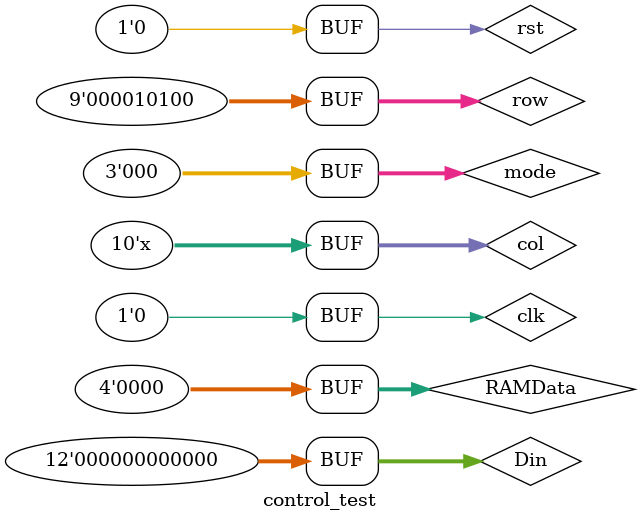
<source format=v>
`timescale 1ns / 1ps


module control_test;

	// Inputs
	reg clk;
	reg [9:0] col;
	reg [8:0] row;
	reg [3:0] RAMData;
	reg rst;
	reg [2:0] mode;
	reg [11:0] Din;

	// Outputs
	wire [4:0] SyncAddr;
	wire [11:0] Dout;
	wire RAMaddrEN;
	wire [2:0] ROMmux2;
	wire [4:0] RAMaddr;
	wire [3:0] ROMmux;
	wire [12:0] ROMaddr;

	// Instantiate the Unit Under Test (UUT)
	control uut (
		.clk(clk), 
		.col(col), 
		.row(row), 
		.RAMData(RAMData), 
		.rst(rst), 
		.mode(mode), 
		.Din(Din), 
		.SyncAddr(SyncAddr), 
		.Dout(Dout), 
		.RAMaddrEN(RAMaddrEN), 
		.ROMmux2(ROMmux2), 
		.RAMaddr(RAMaddr), 
		.ROMmux(ROMmux), 
		.ROMaddr(ROMaddr)
	);

	initial begin
		// Initialize Inputs
		clk = 0;
		col = 144;
		row = 20;
		RAMData = 0;
		rst = 0;
		mode = 0;
		Din = 0;
	end
	
	always @ *
		begin
			#54; col <= col + 1'b1;
		end
	
	
      
endmodule


</source>
